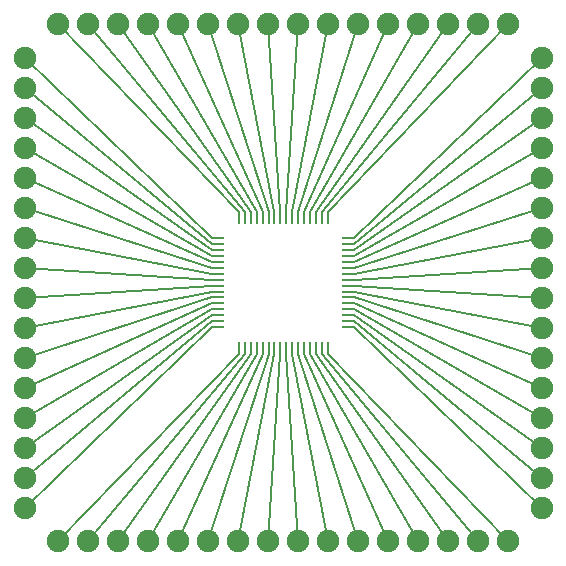
<source format=gbr>
%FSLAX34Y34*%
%MOMM*%
%LNSILK_TOP*%
G71*
G01*
%ADD10C, 1.90*%
%ADD11R, 0.20X1.00*%
%ADD12R, 1.00X0.20*%
%ADD13C, 0.20*%
%LPD*%
X72001Y959675D02*
G54D10*
D03*
X97401Y959675D02*
G54D10*
D03*
X122801Y959675D02*
G54D10*
D03*
X148201Y959675D02*
G54D10*
D03*
X173601Y959675D02*
G54D10*
D03*
X199001Y959675D02*
G54D10*
D03*
X224401Y959675D02*
G54D10*
D03*
X249801Y959675D02*
G54D10*
D03*
X275201Y959675D02*
G54D10*
D03*
X300601Y959675D02*
G54D10*
D03*
X326001Y959675D02*
G54D10*
D03*
X351401Y959675D02*
G54D10*
D03*
X376801Y959675D02*
G54D10*
D03*
X402201Y959675D02*
G54D10*
D03*
X427601Y959675D02*
G54D10*
D03*
X453000Y959675D02*
G54D10*
D03*
X71996Y521749D02*
G54D10*
D03*
X97396Y521749D02*
G54D10*
D03*
X122796Y521749D02*
G54D10*
D03*
X148196Y521749D02*
G54D10*
D03*
X173596Y521749D02*
G54D10*
D03*
X198996Y521749D02*
G54D10*
D03*
X224396Y521749D02*
G54D10*
D03*
X249796Y521749D02*
G54D10*
D03*
X275196Y521749D02*
G54D10*
D03*
X300596Y521749D02*
G54D10*
D03*
X325996Y521749D02*
G54D10*
D03*
X351396Y521749D02*
G54D10*
D03*
X376796Y521749D02*
G54D10*
D03*
X402196Y521749D02*
G54D10*
D03*
X427596Y521749D02*
G54D10*
D03*
X452996Y521749D02*
G54D10*
D03*
X43533Y931216D02*
G54D10*
D03*
X43533Y905816D02*
G54D10*
D03*
X43533Y880416D02*
G54D10*
D03*
X43533Y855016D02*
G54D10*
D03*
X43533Y829616D02*
G54D10*
D03*
X43533Y804216D02*
G54D10*
D03*
X43533Y778816D02*
G54D10*
D03*
X43533Y753416D02*
G54D10*
D03*
X43533Y728016D02*
G54D10*
D03*
X43533Y702616D02*
G54D10*
D03*
X43533Y677216D02*
G54D10*
D03*
X43533Y651816D02*
G54D10*
D03*
X43533Y626416D02*
G54D10*
D03*
X43533Y601016D02*
G54D10*
D03*
X43533Y575616D02*
G54D10*
D03*
X43533Y550216D02*
G54D10*
D03*
X481464Y931211D02*
G54D10*
D03*
X481464Y905811D02*
G54D10*
D03*
X481464Y880411D02*
G54D10*
D03*
X481464Y855011D02*
G54D10*
D03*
X481464Y829611D02*
G54D10*
D03*
X481464Y804211D02*
G54D10*
D03*
X481464Y778811D02*
G54D10*
D03*
X481464Y753411D02*
G54D10*
D03*
X481464Y728011D02*
G54D10*
D03*
X481464Y702611D02*
G54D10*
D03*
X481464Y677211D02*
G54D10*
D03*
X481464Y651811D02*
G54D10*
D03*
X481464Y626411D02*
G54D10*
D03*
X481464Y601011D02*
G54D10*
D03*
X481464Y575611D02*
G54D10*
D03*
X481464Y550211D02*
G54D10*
D03*
X224998Y685715D02*
G54D11*
D03*
X224998Y795715D02*
G54D11*
D03*
X229998Y685715D02*
G54D11*
D03*
X229998Y795715D02*
G54D11*
D03*
X234998Y685715D02*
G54D11*
D03*
X234998Y795715D02*
G54D11*
D03*
X239998Y685715D02*
G54D11*
D03*
X239998Y795715D02*
G54D11*
D03*
X244998Y685715D02*
G54D11*
D03*
X244998Y795715D02*
G54D11*
D03*
X249998Y685715D02*
G54D11*
D03*
X249998Y795715D02*
G54D11*
D03*
X254998Y685715D02*
G54D11*
D03*
X254998Y795715D02*
G54D11*
D03*
X259998Y685715D02*
G54D11*
D03*
X259998Y795715D02*
G54D11*
D03*
X264998Y685715D02*
G54D11*
D03*
X264998Y795715D02*
G54D11*
D03*
X269998Y685715D02*
G54D11*
D03*
X269998Y795715D02*
G54D11*
D03*
X274998Y685715D02*
G54D11*
D03*
X274998Y795715D02*
G54D11*
D03*
X279998Y685715D02*
G54D11*
D03*
X279998Y795715D02*
G54D11*
D03*
X284998Y685715D02*
G54D11*
D03*
X284998Y795715D02*
G54D11*
D03*
X289998Y685715D02*
G54D11*
D03*
X289998Y795715D02*
G54D11*
D03*
X294998Y685715D02*
G54D11*
D03*
X294998Y795715D02*
G54D11*
D03*
X299998Y685715D02*
G54D11*
D03*
X299998Y795715D02*
G54D11*
D03*
X207498Y703215D02*
G54D12*
D03*
X317498Y703215D02*
G54D12*
D03*
X207498Y708215D02*
G54D12*
D03*
X317498Y708215D02*
G54D12*
D03*
X207498Y713215D02*
G54D12*
D03*
X317498Y713215D02*
G54D12*
D03*
X207498Y718215D02*
G54D12*
D03*
X317498Y718215D02*
G54D12*
D03*
X207498Y723215D02*
G54D12*
D03*
X317498Y723215D02*
G54D12*
D03*
X207498Y728215D02*
G54D12*
D03*
X317498Y728215D02*
G54D12*
D03*
X207498Y733215D02*
G54D12*
D03*
X317498Y733215D02*
G54D12*
D03*
X207498Y738215D02*
G54D12*
D03*
X317498Y738215D02*
G54D12*
D03*
X207498Y743215D02*
G54D12*
D03*
X317498Y743215D02*
G54D12*
D03*
X207498Y748215D02*
G54D12*
D03*
X317498Y748215D02*
G54D12*
D03*
X207498Y753215D02*
G54D12*
D03*
X317498Y753215D02*
G54D12*
D03*
X207498Y758215D02*
G54D12*
D03*
X317498Y758215D02*
G54D12*
D03*
X207498Y763215D02*
G54D12*
D03*
X317498Y763215D02*
G54D12*
D03*
X207498Y768215D02*
G54D12*
D03*
X317498Y768215D02*
G54D12*
D03*
X207498Y773215D02*
G54D12*
D03*
X317498Y773215D02*
G54D12*
D03*
X207498Y778215D02*
G54D12*
D03*
X317498Y778215D02*
G54D12*
D03*
G54D13*
X224998Y800715D02*
X72001Y959675D01*
G54D13*
X229998Y800715D02*
X97401Y959675D01*
G54D13*
X234998Y800715D02*
X122801Y959675D01*
G54D13*
X239998Y800715D02*
X148201Y959675D01*
G54D13*
X244998Y800715D02*
X173601Y959675D01*
G54D13*
X249998Y800715D02*
X199001Y959675D01*
G54D13*
X254998Y800715D02*
X224401Y959675D01*
G54D13*
X259998Y800715D02*
X249801Y959675D01*
G54D13*
X264998Y800715D02*
X275201Y959675D01*
G54D13*
X269998Y800715D02*
X300601Y959675D01*
G54D13*
X274998Y800715D02*
X326001Y959675D01*
G54D13*
X279998Y800715D02*
X351401Y959675D01*
G54D13*
X284998Y800715D02*
X376801Y959675D01*
G54D13*
X289998Y800715D02*
X402201Y959675D01*
G54D13*
X299998Y800715D02*
X453000Y959675D01*
G54D13*
X294998Y800715D02*
X427601Y959675D01*
G54D13*
X322498Y778215D02*
X481464Y931211D01*
G54D13*
X322498Y773215D02*
X481464Y905811D01*
G54D13*
X322498Y768215D02*
X481464Y880411D01*
G54D13*
X322498Y763215D02*
X481464Y855011D01*
G54D13*
X322498Y758215D02*
X481464Y829611D01*
G54D13*
X322498Y753215D02*
X481464Y804211D01*
G54D13*
X322498Y748215D02*
X481464Y778811D01*
G54D13*
X322498Y743215D02*
X481464Y753411D01*
G54D13*
X322498Y738215D02*
X481464Y728011D01*
G54D13*
X322498Y733215D02*
X481464Y702611D01*
G54D13*
X322498Y728215D02*
X481464Y677211D01*
G54D13*
X322498Y723215D02*
X481464Y651811D01*
G54D13*
X322498Y718215D02*
X481464Y626411D01*
G54D13*
X322498Y713215D02*
X481464Y601011D01*
G54D13*
X322498Y708215D02*
X481464Y575611D01*
G54D13*
X322498Y703215D02*
X481464Y550211D01*
G54D13*
X299998Y680715D02*
X452996Y521749D01*
G54D13*
X294998Y680715D02*
X427596Y521749D01*
G54D13*
X289998Y680715D02*
X402196Y521749D01*
G54D13*
X284998Y680715D02*
X376796Y521749D01*
G54D13*
X279998Y680715D02*
X351396Y521749D01*
G54D13*
X274998Y680715D02*
X325996Y521749D01*
G54D13*
X269998Y680715D02*
X300596Y521749D01*
G54D13*
X264998Y680715D02*
X275196Y521749D01*
G54D13*
X259998Y680715D02*
X249796Y521749D01*
G54D13*
X254998Y680715D02*
X224396Y521749D01*
G54D13*
X249998Y680715D02*
X198996Y521749D01*
G54D13*
X244998Y680715D02*
X173596Y521749D01*
G54D13*
X239998Y680715D02*
X148196Y521749D01*
G54D13*
X234998Y680715D02*
X122796Y521749D01*
G54D13*
X229998Y680715D02*
X97396Y521749D01*
G54D13*
X224998Y680715D02*
X71996Y521749D01*
G54D13*
X202498Y778215D02*
X43533Y931216D01*
G54D13*
X202498Y773215D02*
X43533Y905816D01*
G54D13*
X202498Y768215D02*
X43533Y880416D01*
G54D13*
X202498Y763215D02*
X43533Y855016D01*
G54D13*
X202498Y758215D02*
X43533Y829616D01*
G54D13*
X202498Y753215D02*
X43533Y804216D01*
G54D13*
X202498Y748215D02*
X43533Y778816D01*
G54D13*
X202498Y743215D02*
X43533Y753416D01*
G54D13*
X202498Y738215D02*
X43533Y728016D01*
G54D13*
X202498Y733215D02*
X43533Y702616D01*
G54D13*
X202498Y728215D02*
X43533Y677216D01*
G54D13*
X202498Y723215D02*
X43533Y651816D01*
G54D13*
X202498Y718215D02*
X43533Y626416D01*
G54D13*
X202498Y713215D02*
X43533Y601016D01*
G54D13*
X202498Y708215D02*
X43533Y575616D01*
G54D13*
X202498Y703215D02*
X43533Y550216D01*
M02*

</source>
